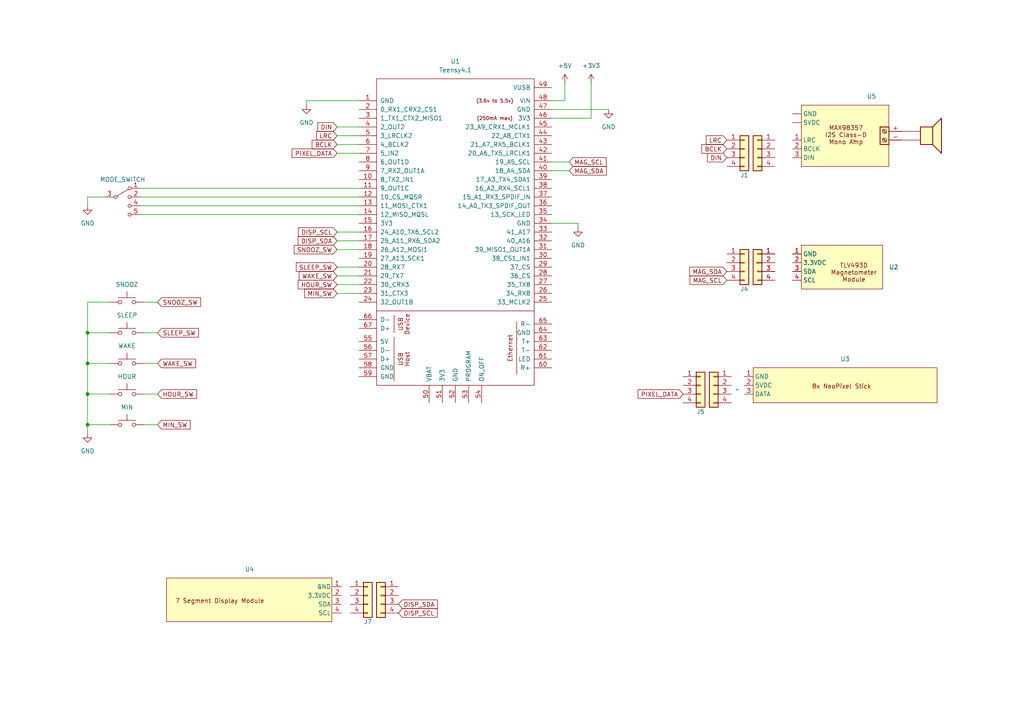
<source format=kicad_sch>
(kicad_sch (version 20230121) (generator eeschema)
  (paper "A4")
  (title_block (title "Gordons Clock") (date "2024-02-19") (rev "v01") (company "Meow Wolf") (comment 1 "Author: Daniel Bornhorst"))
  (lib_symbols
    (symbol "Connector_Generic:Conn_01x04" (pin_names (offset 1.016) hide)
      (property "Reference" "J" (at 0 5.08 0))
      (property "Value" "Conn_01x04" (at 0 -7.62 0))
      (symbol "Conn_01x04_1_1"
        (rectangle (start -1.27 -4.953) (end 0 -5.207) (stroke (width 0.1524)))
        (rectangle (start -1.27 -2.413) (end 0 -2.667) (stroke (width 0.1524)))
        (rectangle (start -1.27 0.127) (end 0 -0.127) (stroke (width 0.1524)))
        (rectangle (start -1.27 2.667) (end 0 2.413) (stroke (width 0.1524)))
        (rectangle (start -1.27 3.81) (end 1.27 -6.35) (stroke (width 0.254)) (fill (type background)))
        (pin passive line (at -5.08 2.54 0) (length 3.81) (name "Pin_1") (number "1"))
        (pin passive line (at -5.08 0 0) (length 3.81) (name "Pin_2") (number "2"))
        (pin passive line (at -5.08 -2.54 0) (length 3.81) (name "Pin_3") (number "3"))
        (pin passive line (at -5.08 -5.08 0) (length 3.81) (name "Pin_4") (number "4"))
      )
    )
    (symbol "Gordons_Clock:8x Neopixel Stick"
      (property "Reference" "U" (at 25.4 -7.62 0))
      (symbol "8x Neopixel Stick_1_1"
        (rectangle (start -25.4 5.08) (end 27.94 -5.08) (fill (type background)))
        (text "8x NeoPixel Stick" (at 0.254 -0.254 0) (effects (font (size 1.27 1.27))))
        (pin input line (at -27.94 2.54 0) (length 2.54) (name "GND") (number "1"))
        (pin input line (at -27.94 0 0) (length 2.54) (name "5VDC") (number "2"))
        (pin input line (at -27.94 -2.54 0) (length 2.54) (name "DATA") (number "3"))
      )
    )
    (symbol "Gordons_Clock:I2S_Amp_Module"
      (property "Reference" "U" (at 7.62 -12.7 0))
      (symbol "I2S_Amp_Module_0_1"
        (polyline (pts (xy 10.414 -2.54) (xy 19.304 -2.54)))
        (polyline (pts (xy 10.414 0) (xy 19.304 0)))
      )
      (symbol "I2S_Amp_Module_1_0"
        (polyline (pts (xy 22.86 1.27) (xy 25.4 3.81) (xy 25.4 -6.35) (xy 22.86 -3.81)) (stroke (width 0.254)) (fill (type background)))
        (rectangle (start 19.304 1.27) (end 22.86 -3.81) (stroke (width 0.254)) (fill (type background)))
      )
      (symbol "I2S_Amp_Module_1_1"
        (rectangle (start -15.24 7.62) (end 10.16 -10.16) (fill (type background)))
        (polyline (pts (xy 9.2456 -3.048) (xy 8.382 -2.2098)) (stroke (width 0.1524)))
        (polyline (pts (xy 9.2456 -0.508) (xy 8.382 0.3302)) (stroke (width 0.1524)))
        (polyline (pts (xy 9.4234 -2.8702) (xy 8.5598 -2.032)) (stroke (width 0.1524)))
        (polyline (pts (xy 9.4234 -0.3302) (xy 8.5598 0.508)) (stroke (width 0.1524)))
        (rectangle (start 7.62 1.27) (end 10.16 -3.81) (stroke (width 0.254)) (fill (type background)))
        (circle (center 8.89 -2.54) (radius 0.635) (stroke (width 0.1524)))
        (circle (center 8.89 0) (radius 0.635) (stroke (width 0.1524)))
        (text "MAX98357\nI2S Class-D\nMono Amp" (at -2.286 -1.016 0) (effects (font (size 1.27 1.27))))
        (pin input line (at -17.78 2.54 0) (length 2.54) (name "5VDC") (number ""))
        (pin input line (at -17.78 5.08 0) (length 2.54) (name "GND") (number ""))
        (pin passive line (at 13.97 0 180) (length 3.81) (name "") (number "+"))
        (pin passive line (at 13.97 -2.54 180) (length 3.81) (name "") (number "-"))
        (pin input line (at -17.78 -2.54 0) (length 2.54) (name "LRC") (number "1"))
        (pin input line (at -17.78 -5.08 0) (length 2.54) (name "BCLK") (number "2"))
        (pin input line (at -17.78 -7.62 0) (length 2.54) (name "DIN") (number "3"))
      )
    )
    (symbol "Gordons_Clock:Magnetometer"
      (property "Reference" "U" (at 13.462 -9.398 0))
      (symbol "Magnetometer_1_1"
        (rectangle (start -7.62 5.08) (end 16.002 -7.62) (fill (type background)))
        (text "TLV493D\nMagnetometer\nModule" (at 7.62 -2.794 0) (effects (font (size 1.27 1.27))))
        (pin input line (at -10.16 2.54 0) (length 2.54) (name "GND") (number "1"))
        (pin input line (at -10.16 0 0) (length 2.54) (name "3.3VDC") (number "2"))
        (pin input line (at -10.16 -2.54 0) (length 2.54) (name "SDA") (number "3"))
        (pin input line (at -10.16 -5.08 0) (length 2.54) (name "SCL") (number "4"))
      )
    )
    (symbol "Gordons_Clock:SW_DP4T" (pin_names (offset 0) hide)
      (property "Value" "MODE_SWITCH" (at 0 5.08 0))
      (symbol "SW_DP4T_0_1"
        (circle (center -2.032 0) (radius 0.4572))
        (polyline (pts (xy -1.651 0.254) (xy 1.651 2.286)))
        (circle (center 2.032 -5.08) (radius 0.4572))
        (circle (center 2.032 -2.54) (radius 0.4572))
        (circle (center 2.032 0) (radius 0.4572))
        (circle (center 2.032 2.54) (radius 0.4572))
      )
      (symbol "SW_DP4T_1_1"
        (pin passive line (at 5.08 2.54 180) (length 2.54) (name "1") (number "1"))
        (pin passive line (at 5.08 0 180) (length 2.54) (name "2") (number "2"))
        (pin passive line (at -5.08 0 0) (length 2.54) (name "3") (number "3"))
        (pin passive line (at 5.08 -2.54 180) (length 2.54) (name "4") (number "4"))
        (pin input line (at 5.08 -5.08 180) (length 2.54) (name "") (number "5"))
      )
      (symbol "SW_DP4T_2_1"
        (pin passive line (at 5.08 2.54 180) (length 2.54) (name "1") (number "5"))
        (pin input line (at 5.08 -5.08 180) (length 2.54) (name "") (number "5-UB"))
        (pin passive line (at 5.08 0 180) (length 2.54) (name "6") (number "6"))
        (pin passive line (at -5.08 0 0) (length 2.54) (name "3") (number "7"))
        (pin passive line (at 5.08 -2.54 180) (length 2.54) (name "8") (number "8"))
      )
    )
    (symbol "Gordons_Clock:Seven Segment Display"
      (property "Reference" "U" (at 18.542 -12.446 0))
      (symbol "Seven Segment Display_1_1"
        (rectangle (start -25.4 5.08) (end 22.606 -7.62) (fill (type background)))
        (text "7 Segment Display Module\n" (at -9.906 -1.524 0) (effects (font (size 1.27 1.27))))
        (pin input line (at 25.4 2.54 180) (length 2.54) (name "GND") (number "1"))
        (pin input line (at 25.4 0 180) (length 2.54) (name "3.3VDC") (number "2"))
        (pin input line (at 25.4 -2.54 180) (length 2.54) (name "SDA") (number "3"))
        (pin input line (at 25.4 -5.08 180) (length 2.54) (name "SCL") (number "4"))
      )
    )
    (symbol "Switch:SW_Push" (pin_numbers hide) (pin_names (offset 1.016) hide)
      (property "Reference" "SW" (at 1.27 2.54 0))
      (property "Value" "SW_Push" (at 0 -1.524 0))
      (symbol "SW_Push_0_1"
        (circle (center -2.032 0) (radius 0.508))
        (polyline (pts (xy 0 1.27) (xy 0 3.048)))
        (polyline (pts (xy 2.54 1.27) (xy -2.54 1.27)))
        (circle (center 2.032 0) (radius 0.508))
        (pin passive line (at -5.08 0 0) (length 2.54) (name "1") (number "1"))
        (pin passive line (at 5.08 0 180) (length 2.54) (name "2") (number "2"))
      )
    )
    (symbol "power:+3V3" (power) (pin_names (offset 0))
      (property "Value" "+3V3" (at 0 3.556 0))
      (symbol "+3V3_0_1"
        (polyline (pts (xy -0.762 1.27) (xy 0 2.54)))
        (polyline (pts (xy 0 0) (xy 0 2.54)))
        (polyline (pts (xy 0 2.54) (xy 0.762 1.27)))
      )
      (symbol "+3V3_1_1"
        (pin power_in line (at 0 0 90) (length 0) hide (name "+3V3") (number "1"))
      )
    )
    (symbol "power:+5V" (power) (pin_names (offset 0))
      (property "Value" "+5V" (at 0 3.556 0))
      (symbol "+5V_0_1"
        (polyline (pts (xy -0.762 1.27) (xy 0 2.54)))
        (polyline (pts (xy 0 0) (xy 0 2.54)))
        (polyline (pts (xy 0 2.54) (xy 0.762 1.27)))
      )
      (symbol "+5V_1_1"
        (pin power_in line (at 0 0 90) (length 0) hide (name "+5V") (number "1"))
      )
    )
    (symbol "power:GND" (power) (pin_names (offset 0))
      (property "Value" "GND" (at 0 -3.81 0))
      (symbol "GND_0_1"
        (polyline (pts (xy 0 0) (xy 0 -1.27) (xy 1.27 -1.27) (xy 0 -2.54) (xy -1.27 -1.27) (xy 0 -1.27)))
      )
      (symbol "GND_1_1"
        (pin power_in line (at 0 0 270) (length 0) hide (name "GND") (number "1"))
      )
    )
    (symbol "teensy:Teensy4.1" (pin_names (offset 1.016))
      (property "Reference" "U" (at 0 64.77 0))
      (property "Value" "Teensy4.1" (at 0 62.23 0))
      (symbol "Teensy4.1_0_0"
        (polyline (pts (xy -22.86 -6.35) (xy 22.86 -6.35)))
        (polyline (pts (xy -17.78 -26.67) (xy -17.78 -13.97)))
        (polyline (pts (xy -17.78 -7.62) (xy -17.78 -12.7)))
        (polyline (pts (xy 17.78 -9.525) (xy 17.78 -24.765)))
        (text "(250mA max)" (at 11.43 49.53 0) (effects (font (size 1.016 1.016))))
        (text "(3.6v to 5.5v)" (at 11.43 54.61 0) (effects (font (size 1.016 1.016))))
        (text "Device" (at -13.97 -10.16 900) (effects (font (size 1.27 1.27))))
        (text "Ethernet" (at 15.875 -17.145 900) (effects (font (size 1.27 1.27))))
        (text "Host" (at -13.97 -20.32 900) (effects (font (size 1.27 1.27))))
        (text "USB" (at -15.875 -20.32 900) (effects (font (size 1.27 1.27))))
        (text "USB" (at -15.875 -10.16 900) (effects (font (size 1.27 1.27))))
        (pin bidirectional line (at -27.94 31.75 0) (length 5.08) (name "8_TX2_IN1") (number "10"))
        (pin bidirectional line (at -27.94 29.21 0) (length 5.08) (name "9_OUT1C") (number "11"))
        (pin bidirectional line (at -27.94 26.67 0) (length 5.08) (name "10_CS_MQSR") (number "12"))
        (pin bidirectional line (at -27.94 24.13 0) (length 5.08) (name "11_MOSI_CTX1") (number "13"))
        (pin bidirectional line (at -27.94 21.59 0) (length 5.08) (name "12_MISO_MQSL") (number "14"))
        (pin power_in line (at -27.94 19.05 0) (length 5.08) (name "3V3") (number "15"))
        (pin bidirectional line (at -27.94 16.51 0) (length 5.08) (name "24_A10_TX6_SCL2") (number "16"))
        (pin bidirectional line (at -27.94 13.97 0) (length 5.08) (name "25_A11_RX6_SDA2") (number "17"))
        (pin bidirectional line (at -27.94 11.43 0) (length 5.08) (name "26_A12_MOSI1") (number "18"))
        (pin bidirectional line (at -27.94 8.89 0) (length 5.08) (name "27_A13_SCK1") (number "19"))
        (pin bidirectional line (at -27.94 6.35 0) (length 5.08) (name "28_RX7") (number "20"))
        (pin bidirectional line (at -27.94 3.81 0) (length 5.08) (name "29_TX7") (number "21"))
        (pin bidirectional line (at -27.94 1.27 0) (length 5.08) (name "30_CRX3") (number "22"))
        (pin bidirectional line (at -27.94 -1.27 0) (length 5.08) (name "31_CTX3") (number "23"))
        (pin bidirectional line (at -27.94 -3.81 0) (length 5.08) (name "32_OUT1B") (number "24"))
        (pin bidirectional line (at 27.94 -3.81 180) (length 5.08) (name "33_MCLK2") (number "25"))
        (pin bidirectional line (at 27.94 -1.27 180) (length 5.08) (name "34_RX8") (number "26"))
        (pin bidirectional line (at 27.94 1.27 180) (length 5.08) (name "35_TX8") (number "27"))
        (pin bidirectional line (at 27.94 3.81 180) (length 5.08) (name "36_CS") (number "28"))
        (pin bidirectional line (at 27.94 6.35 180) (length 5.08) (name "37_CS") (number "29"))
        (pin bidirectional line (at 27.94 8.89 180) (length 5.08) (name "38_CS1_IN1") (number "30"))
        (pin bidirectional line (at 27.94 11.43 180) (length 5.08) (name "39_MISO1_OUT1A") (number "31"))
        (pin bidirectional line (at 27.94 13.97 180) (length 5.08) (name "40_A16") (number "32"))
        (pin bidirectional line (at 27.94 16.51 180) (length 5.08) (name "41_A17") (number "33"))
        (pin bidirectional line (at 27.94 21.59 180) (length 5.08) (name "13_SCK_LED") (number "35"))
        (pin bidirectional line (at 27.94 24.13 180) (length 5.08) (name "14_A0_TX3_SPDIF_OUT") (number "36"))
        (pin bidirectional line (at 27.94 26.67 180) (length 5.08) (name "15_A1_RX3_SPDIF_IN") (number "37"))
        (pin bidirectional line (at 27.94 29.21 180) (length 5.08) (name "16_A2_RX4_SCL1") (number "38"))
        (pin bidirectional line (at 27.94 31.75 180) (length 5.08) (name "17_A3_TX4_SDA1") (number "39"))
        (pin bidirectional line (at 27.94 34.29 180) (length 5.08) (name "18_A4_SDA") (number "40"))
        (pin bidirectional line (at 27.94 36.83 180) (length 5.08) (name "19_A5_SCL") (number "41"))
        (pin bidirectional line (at 27.94 39.37 180) (length 5.08) (name "20_A6_TX5_LRCLK1") (number "42"))
        (pin bidirectional line (at 27.94 41.91 180) (length 5.08) (name "21_A7_RX5_BCLK1") (number "43"))
        (pin bidirectional line (at 27.94 44.45 180) (length 5.08) (name "22_A8_CTX1") (number "44"))
        (pin bidirectional line (at 27.94 46.99 180) (length 5.08) (name "23_A9_CRX1_MCLK1") (number "45"))
        (pin output line (at 27.94 49.53 180) (length 5.08) (name "3V3") (number "46"))
        (pin output line (at 27.94 52.07 180) (length 5.08) (name "GND") (number "47"))
        (pin power_in line (at 27.94 54.61 180) (length 5.08) (name "VIN") (number "48"))
        (pin power_out line (at 27.94 58.42 180) (length 5.08) (name "VUSB") (number "49"))
        (pin bidirectional line (at -27.94 44.45 0) (length 5.08) (name "3_LRCLK2") (number "5"))
        (pin power_in line (at -7.62 -33.02 90) (length 5.08) (name "VBAT") (number "50"))
        (pin power_in line (at -3.81 -33.02 90) (length 5.08) (name "3V3") (number "51"))
        (pin input line (at 0 -33.02 90) (length 5.08) (name "GND") (number "52"))
        (pin input line (at 3.81 -33.02 90) (length 5.08) (name "PROGRAM") (number "53"))
        (pin input line (at 7.62 -33.02 90) (length 5.08) (name "ON_OFF") (number "54"))
        (pin power_out line (at -27.94 -15.24 0) (length 5.08) (name "5V") (number "55"))
        (pin bidirectional line (at -27.94 -17.78 0) (length 5.08) (name "D-") (number "56"))
        (pin bidirectional line (at -27.94 -20.32 0) (length 5.08) (name "D+") (number "57"))
        (pin power_in line (at -27.94 -22.86 0) (length 5.08) (name "GND") (number "58"))
        (pin power_in line (at -27.94 -25.4 0) (length 5.08) (name "GND") (number "59"))
        (pin bidirectional line (at -27.94 41.91 0) (length 5.08) (name "4_BCLK2") (number "6"))
        (pin bidirectional line (at 27.94 -22.86 180) (length 5.08) (name "R+") (number "60"))
        (pin bidirectional line (at 27.94 -20.32 180) (length 5.08) (name "LED") (number "61"))
        (pin bidirectional line (at 27.94 -17.78 180) (length 5.08) (name "T-") (number "62"))
        (pin bidirectional line (at 27.94 -15.24 180) (length 5.08) (name "T+") (number "63"))
        (pin power_in line (at 27.94 -12.7 180) (length 5.08) (name "GND") (number "64"))
        (pin bidirectional line (at 27.94 -10.16 180) (length 5.08) (name "R-") (number "65"))
        (pin bidirectional line (at -27.94 -8.89 0) (length 5.08) (name "D-") (number "66"))
        (pin bidirectional line (at -27.94 -11.43 0) (length 5.08) (name "D+") (number "67"))
        (pin bidirectional line (at -27.94 39.37 0) (length 5.08) (name "5_IN2") (number "7"))
        (pin bidirectional line (at -27.94 36.83 0) (length 5.08) (name "6_OUT1D") (number "8"))
        (pin bidirectional line (at -27.94 34.29 0) (length 5.08) (name "7_RX2_OUT1A") (number "9"))
      )
      (symbol "Teensy4.1_0_1"
        (rectangle (start -22.86 60.96) (end 22.86 -27.94))
        (rectangle (start -20.32 -1.27) (end -20.32 -1.27))
      )
      (symbol "Teensy4.1_1_1"
        (pin power_in line (at -27.94 54.61 0) (length 5.08) (name "GND") (number "1"))
        (pin bidirectional line (at -27.94 52.07 0) (length 5.08) (name "0_RX1_CRX2_CS1") (number "2"))
        (pin bidirectional line (at -27.94 49.53 0) (length 5.08) (name "1_TX1_CTX2_MISO1") (number "3"))
        (pin power_in line (at 27.94 19.05 180) (length 5.08) (name "GND") (number "34"))
        (pin bidirectional line (at -27.94 46.99 0) (length 5.08) (name "2_OUT2") (number "4"))
      )
    )
  )
  (junction (at 25.4 123.19))
  (junction (at 25.4 114.3))
  (junction (at 25.4 105.41))
  (junction (at 25.4 96.52))
  (wire (pts (xy 97.79 72.39) (xy 104.14 72.39)))
  (wire (pts (xy 25.4 105.41) (xy 25.4 114.3)))
  (wire (pts (xy 25.4 125.73) (xy 25.4 123.19)))
  (wire (pts (xy 97.79 41.91) (xy 104.14 41.91)))
  (wire (pts (xy 160.02 46.99) (xy 165.1 46.99)))
  (wire (pts (xy 25.4 59.69) (xy 25.4 57.15)))
  (wire (pts (xy 160.02 49.53) (xy 165.1 49.53)))
  (wire (pts (xy 163.83 29.21) (xy 160.02 29.21)))
  (wire (pts (xy 41.91 105.41) (xy 45.72 105.41)))
  (wire (pts (xy 41.91 114.3) (xy 45.72 114.3)))
  (wire (pts (xy 160.02 64.77) (xy 167.64 64.77)))
  (wire (pts (xy 88.9 30.48) (xy 88.9 29.21)))
  (wire (pts (xy 97.79 67.31) (xy 104.14 67.31)))
  (wire (pts (xy 31.75 96.52) (xy 25.4 96.52)))
  (wire (pts (xy 41.91 123.19) (xy 45.72 123.19)))
  (wire (pts (xy 41.91 87.63) (xy 45.72 87.63)))
  (wire (pts (xy 25.4 123.19) (xy 31.75 123.19)))
  (wire (pts (xy 167.64 64.77) (xy 167.64 66.04)))
  (wire (pts (xy 25.4 96.52) (xy 25.4 105.41)))
  (wire (pts (xy 31.75 114.3) (xy 25.4 114.3)))
  (wire (pts (xy 25.4 57.15) (xy 30.48 57.15)))
  (wire (pts (xy 97.79 85.09) (xy 104.14 85.09)))
  (wire (pts (xy 97.79 36.83) (xy 104.14 36.83)))
  (wire (pts (xy 25.4 114.3) (xy 25.4 123.19)))
  (wire (pts (xy 31.75 105.41) (xy 25.4 105.41)))
  (wire (pts (xy 31.75 87.63) (xy 25.4 87.63)))
  (wire (pts (xy 163.83 24.13) (xy 163.83 29.21)))
  (wire (pts (xy 40.64 59.69) (xy 104.14 59.69)))
  (wire (pts (xy 171.45 34.29) (xy 171.45 24.13)))
  (wire (pts (xy 97.79 80.01) (xy 104.14 80.01)))
  (wire (pts (xy 97.79 82.55) (xy 104.14 82.55)))
  (wire (pts (xy 40.64 62.23) (xy 104.14 62.23)))
  (wire (pts (xy 104.14 44.45) (xy 97.79 44.45)))
  (wire (pts (xy 25.4 87.63) (xy 25.4 96.52)))
  (wire (pts (xy 104.14 57.15) (xy 40.64 57.15)))
  (wire (pts (xy 104.14 39.37) (xy 97.79 39.37)))
  (wire (pts (xy 160.02 34.29) (xy 171.45 34.29)))
  (wire (pts (xy 97.79 77.47) (xy 104.14 77.47)))
  (wire (pts (xy 40.64 54.61) (xy 104.14 54.61)))
  (wire (pts (xy 97.79 69.85) (xy 104.14 69.85)))
  (wire (pts (xy 41.91 96.52) (xy 45.72 96.52)))
  (wire (pts (xy 176.53 31.75) (xy 160.02 31.75)))
  (wire (pts (xy 88.9 29.21) (xy 104.14 29.21)))
  (global_label "DIN" (shape input) (at 97.79 36.83 180) (property "Intersheetrefs" "${INTERSHEET_REFS}" (effects hide)))
  (global_label "MAG_SCL" (shape input) (at 165.1 46.99 0) (property "Intersheetrefs" "${INTERSHEET_REFS}" (effects hide)))
  (global_label "DISP_SDA" (shape input) (at 115.57 175.26 0) (property "Intersheetrefs" "${INTERSHEET_REFS}" (effects hide)))
  (global_label "LRC" (shape input) (at 210.82 40.64 180) (property "Intersheetrefs" "${INTERSHEET_REFS}" (effects hide)))
  (global_label "HOUR_SW" (shape input) (at 45.72 114.3 0) (property "Intersheetrefs" "${INTERSHEET_REFS}" (effects hide)))
  (global_label "DIN" (shape input) (at 210.82 45.72 180) (property "Intersheetrefs" "${INTERSHEET_REFS}" (effects hide)))
  (global_label "WAKE_SW" (shape input) (at 45.72 105.41 0) (property "Intersheetrefs" "${INTERSHEET_REFS}" (effects hide)))
  (global_label "BCLK" (shape input) (at 97.79 41.91 180) (property "Intersheetrefs" "${INTERSHEET_REFS}" (effects hide)))
  (global_label "BCLK" (shape input) (at 210.82 43.18 180) (property "Intersheetrefs" "${INTERSHEET_REFS}" (effects hide)))
  (global_label "DISP_SCL" (shape input) (at 115.57 177.8 0) (property "Intersheetrefs" "${INTERSHEET_REFS}" (effects hide)))
  (global_label "MAG_SCL" (shape input) (at 210.82 81.28 180) (property "Intersheetrefs" "${INTERSHEET_REFS}" (effects hide)))
  (global_label "MIN_SW" (shape input) (at 97.79 85.09 180) (property "Intersheetrefs" "${INTERSHEET_REFS}" (effects hide)))
  (global_label "WAKE_SW" (shape input) (at 97.79 80.01 180) (property "Intersheetrefs" "${INTERSHEET_REFS}" (effects hide)))
  (global_label "SLEEP_SW" (shape input) (at 45.72 96.52 0) (property "Intersheetrefs" "${INTERSHEET_REFS}" (effects hide)))
  (global_label "DISP_SDA" (shape input) (at 97.79 69.85 180) (property "Intersheetrefs" "${INTERSHEET_REFS}" (effects hide)))
  (global_label "LRC" (shape input) (at 97.79 39.37 180) (property "Intersheetrefs" "${INTERSHEET_REFS}" (effects hide)))
  (global_label "MAG_SDA" (shape input) (at 210.82 78.74 180) (property "Intersheetrefs" "${INTERSHEET_REFS}" (effects hide)))
  (global_label "SNOOZ_SW" (shape input) (at 45.72 87.63 0) (property "Intersheetrefs" "${INTERSHEET_REFS}" (effects hide)))
  (global_label "MAG_SDA" (shape input) (at 165.1 49.53 0) (property "Intersheetrefs" "${INTERSHEET_REFS}" (effects hide)))
  (global_label "PIXEL_DATA" (shape input) (at 97.79 44.45 180) (property "Intersheetrefs" "${INTERSHEET_REFS}" (effects hide)))
  (global_label "SNOOZ_SW" (shape input) (at 97.79 72.39 180) (property "Intersheetrefs" "${INTERSHEET_REFS}" (effects hide)))
  (global_label "MIN_SW" (shape input) (at 45.72 123.19 0) (property "Intersheetrefs" "${INTERSHEET_REFS}" (effects hide)))
  (global_label "PIXEL_DATA" (shape input) (at 198.12 114.3 180) (property "Intersheetrefs" "${INTERSHEET_REFS}" (effects hide)))
  (global_label "DISP_SCL" (shape input) (at 97.79 67.31 180) (property "Intersheetrefs" "${INTERSHEET_REFS}" (effects hide)))
  (global_label "SLEEP_SW" (shape input) (at 97.79 77.47 180) (property "Intersheetrefs" "${INTERSHEET_REFS}" (effects hide)))
  (global_label "HOUR_SW" (shape input) (at 97.79 82.55 180) (property "Intersheetrefs" "${INTERSHEET_REFS}" (effects hide)))
  (symbol (lib_id "power:GND") (at 25.4 59.69 0) (unit 1)
    (property "Reference" "#PWR011" (effects hide))
    (property "Value" "GND" (at 25.4 64.77 0))
  )
  (symbol (lib_id "Connector_Generic:Conn_01x04") (at 207.01 111.76 0) (mirror y) (unit 1) (in_bom no) (on_board no)
    (property "Reference" "J6" (effects hide))
    (property "Value" "Conn_01x04" (effects hide))
  )
  (symbol (lib_id "power:GND") (at 88.9 30.48 0) (unit 1)
    (property "Reference" "#PWR01" (effects hide))
    (property "Value" "GND" (at 88.9 35.56 0))
  )
  (symbol (lib_id "Switch:SW_Push") (at 36.83 105.41 0) (unit 1) (in_bom no) (on_board no)
    (property "Reference" "SW2" (effects hide))
    (property "Value" "WAKE" (at 36.83 100.33 0))
  )
  (symbol (lib_id "Gordons_Clock:SW_DP4T") (at 35.56 57.15 0) (unit 1) (in_bom no) (on_board no)
    (property "Reference" "SW6" (effects hide))
    (property "Value" "MODE_SWITCH" (at 35.56 52.07 0))
  )
  (symbol (lib_id "Gordons_Clock:Magnetometer") (at 240.03 76.2 0) (unit 1) (in_bom no) (on_board no)
    (property "Reference" "U2" (at 257.81 77.47 0) (effects (justify left)))
    (property "Value" "~" (at 219.71 76.2 0))
    (property "Footprint" "Connector_JST:JST_SH_SM04B-SRSS-TB_1x04-1MP_P1.00mm_Horizontal" (effects hide))
  )
  (symbol (lib_id "power:+3V3") (at 171.45 24.13 0) (unit 1)
    (property "Reference" "#PWR07" (effects hide))
    (property "Value" "+3V3" (at 171.45 19.05 0))
  )
  (symbol (lib_id "Switch:SW_Push") (at 36.83 87.63 0) (unit 1) (in_bom no) (on_board no)
    (property "Reference" "SW5" (effects hide))
    (property "Value" "SNOOZ" (at 36.83 82.55 0))
  )
  (symbol (lib_id "Connector_Generic:Conn_01x04") (at 215.9 43.18 0) (unit 1)
    (property "Reference" "J1" (at 215.9 50.8 0))
    (property "Value" "Conn_01x04" (effects hide))
    (property "Footprint" "Connector_JST:JST_SH_SM04B-SRSS-TB_1x04-1MP_P1.00mm_Horizontal" (effects hide))
  )
  (symbol (lib_id "Connector_Generic:Conn_01x04") (at 219.71 76.2 0) (mirror y) (unit 1) (in_bom no) (on_board no)
    (property "Reference" "J3" (effects hide))
    (property "Value" "Conn_01x04" (effects hide))
  )
  (symbol (lib_id "Connector_Generic:Conn_01x04") (at 106.68 172.72 0) (unit 1) (in_bom no) (on_board no)
    (property "Reference" "J7" (at 106.68 180.34 0))
    (property "Value" "Conn_01x04" (effects hide))
  )
  (symbol (lib_id "Switch:SW_Push") (at 36.83 114.3 0) (unit 1) (in_bom no) (on_board no)
    (property "Reference" "SW3" (effects hide))
    (property "Value" "HOUR" (at 36.83 109.22 0))
  )
  (symbol (lib_id "power:GND") (at 176.53 31.75 0) (unit 1)
    (property "Reference" "#PWR013" (effects hide))
    (property "Value" "GND" (at 176.53 36.83 0))
  )
  (symbol (lib_id "Switch:SW_Push") (at 36.83 123.19 0) (unit 1) (in_bom no) (on_board no)
    (property "Reference" "SW4" (effects hide))
    (property "Value" "MIN" (at 36.83 118.11 0))
  )
  (symbol (lib_id "Gordons_Clock:8x Neopixel Stick") (at 243.84 111.76 0) (unit 1) (in_bom no) (on_board no)
    (property "Reference" "U3" (at 245.11 104.14 0))
    (property "Value" "~" (at 213.868 113.03 0))
    (property "Footprint" "Connector_JST:JST_SH_SM04B-SRSS-TB_1x04-1MP_P1.00mm_Horizontal" (effects hide))
  )
  (symbol (lib_id "Gordons_Clock:Seven Segment Display") (at 73.66 172.72 0) (unit 1) (in_bom no) (on_board no)
    (property "Reference" "U4" (at 72.39 165.1 0))
    (property "Value" "~" (at 92.71 170.18 90))
    (property "Footprint" "Connector_JST:JST_SH_SM04B-SRSS-TB_1x04-1MP_P1.00mm_Horizontal" (effects hide))
  )
  (symbol (lib_id "Switch:SW_Push") (at 36.83 96.52 0) (unit 1) (in_bom no) (on_board no)
    (property "Reference" "SW1" (effects hide))
    (property "Value" "SLEEP" (at 36.83 91.44 0))
  )
  (symbol (lib_id "power:+5V") (at 163.83 24.13 0) (unit 1)
    (property "Reference" "#PWR05" (effects hide))
    (property "Value" "+5V" (at 163.83 19.05 0))
  )
  (symbol (lib_id "Connector_Generic:Conn_01x04") (at 219.71 43.18 0) (mirror y) (unit 1) (in_bom no) (on_board no)
    (property "Reference" "J2" (effects hide))
    (property "Value" "Conn_01x04" (effects hide))
  )
  (symbol (lib_id "power:GND") (at 167.64 66.04 0) (unit 1)
    (property "Reference" "#PWR012" (effects hide))
    (property "Value" "GND" (at 167.64 71.12 0))
  )
  (symbol (lib_id "Connector_Generic:Conn_01x04") (at 203.2 111.76 0) (unit 1)
    (property "Reference" "J5" (at 203.2 119.38 0))
    (property "Value" "Conn_01x04" (effects hide))
    (property "Footprint" "Connector_JST:JST_SH_SM04B-SRSS-TB_1x04-1MP_P1.00mm_Horizontal" (effects hide))
  )
  (symbol (lib_id "Gordons_Clock:I2S_Amp_Module") (at 247.65 38.1 0) (unit 1) (in_bom no) (on_board no)
    (property "Reference" "U5" (at 252.7935 27.94 0))
    (property "Value" "~" (at 247.65 40.64 0))
    (property "Footprint" "Connector_JST:JST_SH_SM04B-SRSS-TB_1x04-1MP_P1.00mm_Horizontal" (effects hide))
  )
  (symbol (lib_id "power:GND") (at 25.4 125.73 0) (unit 1)
    (property "Reference" "#PWR010" (effects hide))
    (property "Value" "GND" (at 25.4 130.81 0))
  )
  (symbol (lib_id "Connector_Generic:Conn_01x04") (at 110.49 172.72 0) (mirror y) (unit 1)
    (property "Reference" "J8" (effects hide))
    (property "Value" "Conn_01x04" (effects hide))
    (property "Footprint" "Connector_JST:JST_SH_SM04B-SRSS-TB_1x04-1MP_P1.00mm_Horizontal" (effects hide))
  )
  (symbol (lib_id "teensy:Teensy4.1") (at 132.08 83.82 0) (unit 1)
    (property "Reference" "U1" (at 132.08 17.78 0))
    (property "Value" "Teensy4.1" (at 132.08 20.32 0))
    (property "Footprint" "teensy:Teensy41_minimal" (effects hide))
  )
  (symbol (lib_id "Connector_Generic:Conn_01x04") (at 215.9 76.2 0) (unit 1)
    (property "Reference" "J4" (at 215.9 83.82 0))
    (property "Value" "Conn_01x04" (effects hide))
    (property "Footprint" "Connector_JST:JST_SH_SM04B-SRSS-TB_1x04-1MP_P1.00mm_Horizontal" (effects hide))
  )
)
</source>
